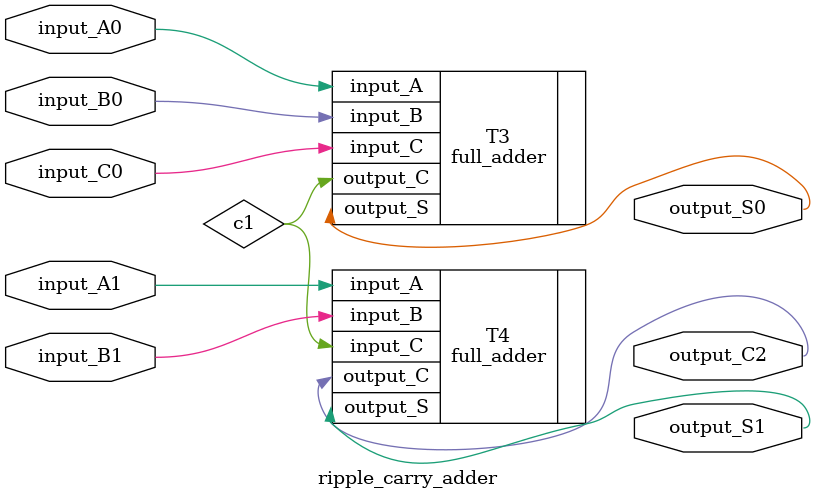
<source format=v>
`timescale 1ns / 1ps
module ripple_carry_adder(
    input input_A1,
    input input_B1,
    input input_A0,
    input input_B0,
    input input_C0,
    output output_S0,
    output output_S1,
    output output_C2
    );
		
		wire c1;
	 
	 full_adder T3(.input_A(input_A0), .input_B(input_B0), .input_C(input_C0), .output_S(output_S0), .output_C(c1));
	 full_adder T4(.input_A(input_A1), .input_B(input_B1), .input_C(c1), .output_S(output_S1), .output_C(output_C2));

endmodule

</source>
